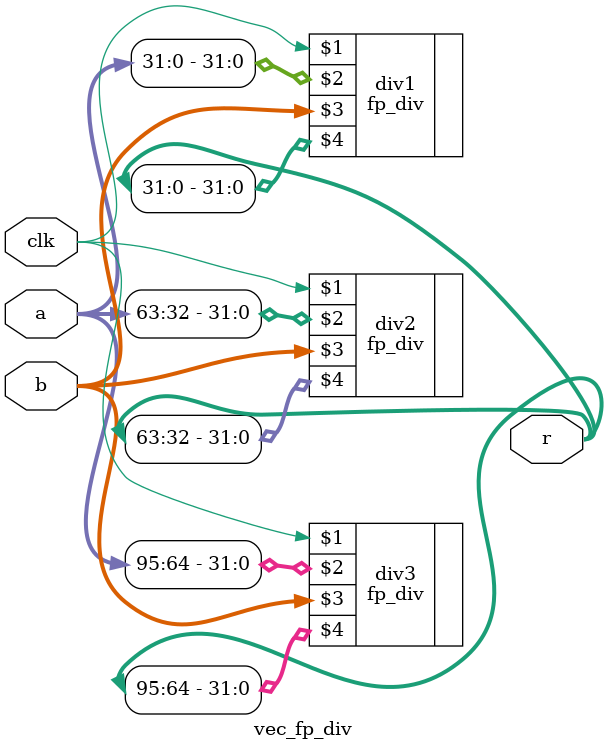
<source format=v>
/**************************************
**************************************/

module vec_fp_div
(
	input clk,
	input [95:0] a,
	input [31:0] b,
	output [95:0] r
	
);

	fp_div div1(
	clk,
	a[31:0],
	b[31:0],
	r[31:0]
	);

	fp_div div2(
	clk,
	a[63:32],
	b[31:0],
	r[63:32]
	);

	fp_div div3(
	clk,
	a[95:64],
	b[31:0],
	r[95:64]
	);

endmodule 
</source>
